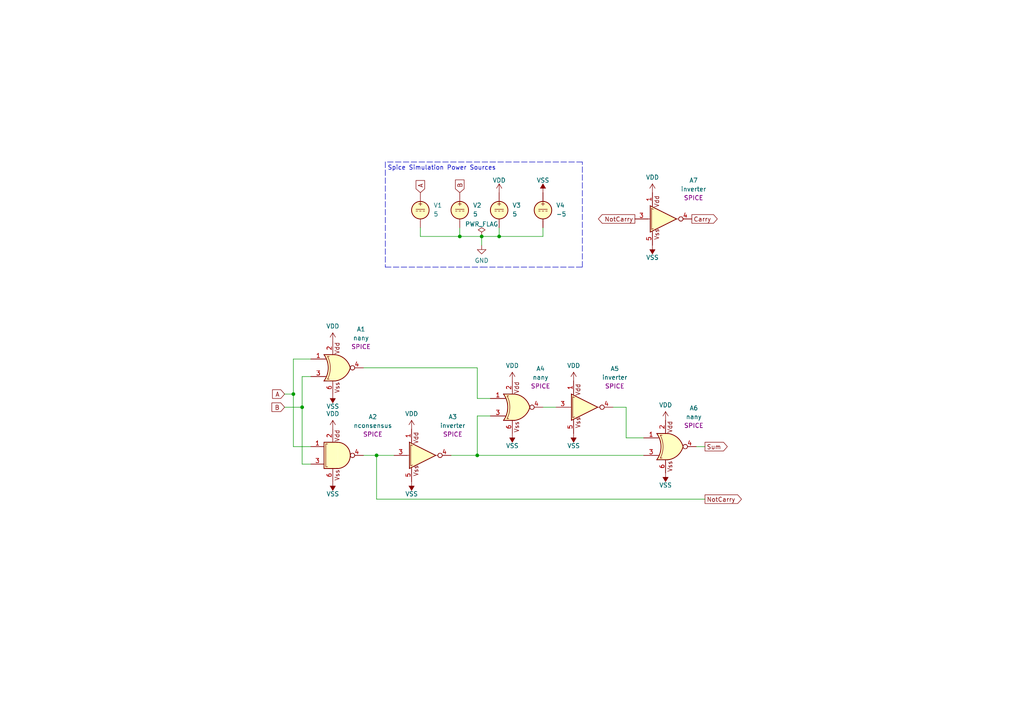
<source format=kicad_sch>
(kicad_sch (version 20250114) (generator "eeschema") (generator_version "9.0")
  (paper "A4")
  (lib_symbols
    (symbol "Simulation_SPICE:VDC" (pin_numbers (hide yes)) (pin_names (offset 0.0254))
      (property "Reference" "V" (at 2.54 2.54 0))
      (property "Value" "1" (at 2.54 0 0))
      (symbol "VDC_0_0"
        (polyline (pts (xy -1.27 0.254) (xy 1.27 0.254)))
        (polyline (pts (xy -0.762 -0.254) (xy -1.27 -0.254)))
        (polyline (pts (xy 0.254 -0.254) (xy -0.254 -0.254)))
        (polyline (pts (xy 1.27 -0.254) (xy 0.762 -0.254)))
        (text "+" (at 0 1.905 0) (effects (font (size 1.27 1.27))))
      )
      (symbol "VDC_0_1"
        (circle (center 0 0) (radius 2.54) (stroke (width 0.254)) (fill (type background)))
      )
      (symbol "VDC_1_1"
        (pin passive line (at 0 5.08 270) (length 2.54) (name "~") (number "1"))
        (pin passive line (at 0 -5.08 90) (length 2.54) (name "~") (number "2"))
      )
    )
    (symbol "TernaryLogic:inverter" (pin_names (offset 1.016))
      (property "Reference" "A" (at -0.635 1.27 0))
      (property "Value" "inverter" (at -0.635 -0.635 0))
      (property "Spice_Primitive" "X" (at -0.635 1.27 0))
      (property "Spice_Model" "Inverter" (at -0.635 1.27 0))
      (property "Spice_Netlist_Enabled" "Y" (at -0.635 1.27 0))
      (symbol "inverter_0_0"
        (polyline (pts (xy -3.81 0) (xy -3.302 0)))
        (polyline (pts (xy -2.54 3.81) (xy -2.54 3.556)))
        (polyline (pts (xy -2.54 -3.81) (xy -2.54 -3.556)))
        (polyline (pts (xy 5.08 0) (xy 4.318 0)))
        (text "Vdd" (at -1.27 5.08 900) (effects (font (size 1.27 1.27))))
        (text "Vss" (at -1.27 -4.445 900) (effects (font (size 1.27 1.27))))
      )
      (symbol "inverter_0_1"
        (polyline (pts (xy -2.794 3.048) (xy -2.286 2.794)) (stroke (width 0.1524)))
        (polyline (pts (xy -2.794 3.048) (xy -2.794 -3.048) (xy -2.286 -2.794)) (stroke (width 0.1524)))
      )
      (symbol "inverter_1_1"
        (polyline (pts (xy -3.175 3.81) (xy -3.175 -3.81) (xy 4.445 0) (xy -3.175 3.81)) (stroke (width 0.254)) (fill (type background)))
        (pin input line (at -7.62 0 0) (length 3.81) (name "~") (number "3"))
        (pin power_in line (at -2.54 7.62 270) (length 3.81) (name "~") (number "1"))
        (pin power_in line (at -2.54 -7.62 90) (length 3.81) (name "~") (number "5"))
        (pin output inverted (at 8.89 0 180) (length 3.81) (name "~") (number "4"))
      )
    )
    (symbol "TernaryLogic:nany" (pin_names (offset 1.016))
      (property "Reference" "A" (at 0 1.27 0))
      (property "Value" "nany" (at 0 -1.27 0))
      (property "Spice_Primitive" "X" (at 0 1.27 0))
      (property "Spice_Model" "NAny" (at 0 1.27 0))
      (property "Spice_Netlist_Enabled" "Y" (at 0 1.27 0))
      (symbol "nany_0_0"
        (text "Vdd" (at 0 5.715 900) (effects (font (size 1.27 1.27))))
        (text "Vss" (at 0 -5.715 900) (effects (font (size 1.27 1.27))))
      )
      (symbol "nany_0_1"
        (arc (start -2.794 3.302) (mid -1.9868 0) (end -2.794 -3.302))
        (polyline (pts (xy -2.794 3.302) (xy -2.286 3.302)))
        (polyline (pts (xy -2.794 -3.302) (xy -2.286 -3.302)))
      )
      (symbol "nany_1_1"
        (arc (start -3.81 3.81) (mid -2.589 0) (end -3.81 -3.81) (stroke (width 0.254)))
        (polyline (pts (xy -3.81 3.81) (xy -0.635 3.81)) (stroke (width 0.254)) (fill (type background)))
        (polyline (pts (xy -3.81 -3.81) (xy -0.635 -3.81)) (stroke (width 0.254)) (fill (type background)))
        (arc (start 3.81 0) (mid 2.1855 -2.584) (end -0.6096 -3.81) (stroke (width 0.254)) (fill (type background)))
        (arc (start -0.6096 3.81) (mid 2.1928 2.5924) (end 3.81 0) (stroke (width 0.254)) (fill (type background)))
        (polyline (pts (xy -0.635 3.81) (xy -3.81 3.81) (xy -3.81 3.81) (xy -3.556 3.4036) (xy -3.0226 2.2606) (xy -2.6924 1.0414) (xy -2.6162 -0.254) (xy -2.7686 -1.4986) (xy -3.175 -2.7178) (xy -3.81 -3.81) (xy -3.81 -3.81) (xy -0.635 -3.81)) (stroke (width -25.4)) (fill (type background)))
        (pin input line (at -7.62 2.54 0) (length 4.318) (name "~") (number "1"))
        (pin input line (at -7.62 -2.54 0) (length 4.318) (name "~") (number "3"))
        (pin power_in line (at -1.27 7.62 270) (length 3.81) (name "~") (number "2"))
        (pin power_in line (at -1.27 -7.62 90) (length 3.81) (name "~") (number "6"))
        (pin output inverted (at 7.62 0 180) (length 3.81) (name "~") (number "4"))
      )
    )
    (symbol "TernaryLogic:nconsensus" (pin_names (offset 1.016))
      (property "Reference" "A" (at 0 1.27 0))
      (property "Value" "nconsensus" (at 0 -1.27 0))
      (property "Spice_Primitive" "X" (at 0 1.27 0))
      (property "Spice_Model" "NConsensus" (at 0 1.27 0))
      (property "Spice_Netlist_Enabled" "Y" (at 0 1.27 0))
      (symbol "nconsensus_0_0"
        (text "Vdd" (at 0 5.715 900) (effects (font (size 1.27 1.27))))
        (text "Vss" (at 0 -5.715 900) (effects (font (size 1.27 1.27))))
      )
      (symbol "nconsensus_0_1"
        (polyline (pts (xy -3.302 3.302) (xy -2.794 3.302)))
        (polyline (pts (xy -3.302 3.302) (xy -3.302 -3.302) (xy -3.048 -3.302) (xy -2.794 -3.302)))
      )
      (symbol "nconsensus_1_1"
        (arc (start 0 3.81) (mid 3.7934 0) (end 0 -3.81) (stroke (width 0.254)) (fill (type background)))
        (polyline (pts (xy 0 3.81) (xy -3.81 3.81) (xy -3.81 -3.81) (xy 0 -3.81)) (stroke (width 0.254)) (fill (type background)))
        (pin input line (at -7.62 2.54 0) (length 3.81) (name "~") (number "1"))
        (pin input line (at -7.62 -2.54 0) (length 3.81) (name "~") (number "3"))
        (pin power_in line (at -1.27 7.62 270) (length 3.81) (name "~") (number "2"))
        (pin power_in line (at -1.27 -7.62 90) (length 3.81) (name "~") (number "6"))
        (pin output inverted (at 7.62 0 180) (length 3.81) (name "~") (number "4"))
      )
    )
    (symbol "power:GND" (power) (pin_names (offset 0))
      (property "Value" "GND" (at 0 -3.81 0))
      (symbol "GND_0_1"
        (polyline (pts (xy 0 0) (xy 0 -1.27) (xy 1.27 -1.27) (xy 0 -2.54) (xy -1.27 -1.27) (xy 0 -1.27)))
      )
      (symbol "GND_1_1"
        (pin power_in line (at 0 0 270) (length 0) (hide yes) (name "GND") (number "1"))
      )
    )
    (symbol "power:PWR_FLAG" (power) (pin_numbers (hide yes)) (pin_names (offset 0) (hide yes))
      (property "Value" "PWR_FLAG" (at 0 3.81 0))
      (symbol "PWR_FLAG_0_0"
        (pin power_out line (at 0 0 90) (length 0) (name "pwr") (number "1"))
      )
      (symbol "PWR_FLAG_0_1"
        (polyline (pts (xy 0 0) (xy 0 1.27) (xy -1.016 1.905) (xy 0 2.54) (xy 1.016 1.905) (xy 0 1.27)))
      )
    )
    (symbol "power:VDD" (power) (pin_names (offset 0))
      (property "Value" "VDD" (at 0 3.81 0))
      (symbol "VDD_0_1"
        (polyline (pts (xy -0.762 1.27) (xy 0 2.54)))
        (polyline (pts (xy 0 2.54) (xy 0.762 1.27)))
        (polyline (pts (xy 0 0) (xy 0 2.54)))
      )
      (symbol "VDD_1_1"
        (pin power_in line (at 0 0 90) (length 0) (hide yes) (name "VDD") (number "1"))
      )
    )
    (symbol "power:VSS" (power) (pin_names (offset 0))
      (property "Value" "VSS" (at 0 3.81 0))
      (symbol "VSS_0_1"
        (polyline (pts (xy 0 0) (xy 0 2.54)))
        (polyline (pts (xy 0.762 1.27) (xy -0.762 1.27) (xy 0 2.54) (xy 0.762 1.27)) (fill (type outline)))
      )
      (symbol "VSS_1_1"
        (pin power_in line (at 0 0 90) (length 0) (hide yes) (name "VSS") (number "1"))
      )
    )
  )
  (text "Spice Simulation Power Sources" (at 112.395 49.53 0) (effects (font (size 1.27 1.27)) (justify left bottom)))
  (junction (at 144.78 68.58))
  (junction (at 85.09 114.3))
  (junction (at 133.35 68.58))
  (junction (at 139.7 68.58))
  (junction (at 87.63 118.11))
  (junction (at 109.22 132.08))
  (junction (at 138.43 132.08))
  (wire (pts (xy 144.78 66.04) (xy 144.78 68.58)))
  (wire (pts (xy 85.09 114.3) (xy 85.09 104.14)))
  (wire (pts (xy 138.43 132.08) (xy 186.69 132.08)))
  (wire (pts (xy 186.69 127) (xy 181.61 127)))
  (polyline (pts (xy 111.76 77.47) (xy 139.7 77.47)) (stroke (width 0) (type dash)))
  (wire (pts (xy 121.92 66.04) (xy 121.92 68.58)))
  (wire (pts (xy 90.17 109.22) (xy 87.63 109.22)))
  (wire (pts (xy 87.63 118.11) (xy 87.63 134.62)))
  (wire (pts (xy 133.35 66.04) (xy 133.35 68.58)))
  (wire (pts (xy 85.09 104.14) (xy 90.17 104.14)))
  (wire (pts (xy 139.7 68.58) (xy 144.78 68.58)))
  (wire (pts (xy 181.61 118.11) (xy 181.61 127)))
  (wire (pts (xy 157.48 68.58) (xy 157.48 66.04)))
  (wire (pts (xy 105.41 132.08) (xy 109.22 132.08)))
  (wire (pts (xy 121.92 68.58) (xy 133.35 68.58)))
  (wire (pts (xy 85.09 129.54) (xy 85.09 114.3)))
  (polyline (pts (xy 168.91 46.99) (xy 111.76 46.99)) (stroke (width 0) (type dash)))
  (wire (pts (xy 201.93 129.54) (xy 204.47 129.54)))
  (wire (pts (xy 139.7 68.58) (xy 139.7 71.12)))
  (wire (pts (xy 109.22 144.78) (xy 204.47 144.78)))
  (wire (pts (xy 87.63 134.62) (xy 90.17 134.62)))
  (wire (pts (xy 109.22 132.08) (xy 109.22 144.78)))
  (wire (pts (xy 82.55 118.11) (xy 87.63 118.11)))
  (wire (pts (xy 82.55 114.3) (xy 85.09 114.3)))
  (polyline (pts (xy 139.7 77.47) (xy 168.91 77.47)) (stroke (width 0) (type dash)))
  (wire (pts (xy 138.43 106.68) (xy 138.43 115.57)))
  (polyline (pts (xy 168.91 77.47) (xy 168.91 46.99)) (stroke (width 0) (type dash)))
  (wire (pts (xy 138.43 132.08) (xy 138.43 120.65)))
  (wire (pts (xy 109.22 132.08) (xy 114.3 132.08)))
  (wire (pts (xy 181.61 118.11) (xy 177.8 118.11)))
  (wire (pts (xy 144.78 68.58) (xy 157.48 68.58)))
  (wire (pts (xy 157.48 118.11) (xy 161.29 118.11)))
  (wire (pts (xy 87.63 109.22) (xy 87.63 118.11)))
  (wire (pts (xy 90.17 129.54) (xy 85.09 129.54)))
  (polyline (pts (xy 111.76 46.99) (xy 111.76 77.47)) (stroke (width 0) (type dash)))
  (wire (pts (xy 105.41 106.68) (xy 138.43 106.68)))
  (wire (pts (xy 130.81 132.08) (xy 138.43 132.08)))
  (wire (pts (xy 138.43 120.65) (xy 142.24 120.65)))
  (wire (pts (xy 138.43 115.57) (xy 142.24 115.57)))
  (wire (pts (xy 133.35 68.58) (xy 139.7 68.58)))
  (global_label "A" (shape input) (at 121.92 55.88 90) (property "Intersheetrefs" "${INTERSHEET_REFS}" (effects (hide yes))))
  (global_label "NotCarry" (shape output) (at 204.47 144.78 0) (property "Intersheetrefs" "${INTERSHEET_REFS}" (effects (hide yes))))
  (global_label "B" (shape input) (at 82.55 118.11 180) (property "Intersheetrefs" "${INTERSHEET_REFS}" (effects (hide yes))))
  (global_label "B" (shape input) (at 133.35 55.88 90) (property "Intersheetrefs" "${INTERSHEET_REFS}" (effects (hide yes))))
  (global_label "NotCarry" (shape output) (at 184.15 63.5 180) (property "Intersheetrefs" "${INTERSHEET_REFS}" (effects (hide yes))))
  (global_label "Carry" (shape output) (at 200.66 63.5 0) (property "Intersheetrefs" "${INTERSHEET_REFS}" (effects (hide yes))))
  (global_label "A" (shape input) (at 82.55 114.3 180) (property "Intersheetrefs" "${INTERSHEET_REFS}" (effects (hide yes))))
  (global_label "Sum" (shape output) (at 204.47 129.54 0) (property "Intersheetrefs" "${INTERSHEET_REFS}" (effects (hide yes))))
  (symbol (lib_id "power:VDD") (at 119.38 124.46 0) (unit 1)
    (property "Reference" "#PWR05" (effects (hide yes)))
    (property "Value" "VDD" (at 119.38 120.0166 0))
  )
  (symbol (lib_id "TernaryLogic:nconsensus") (at 97.79 132.08 0) (unit 1)
    (property "Reference" "A2" (at 108.1261 120.8966 0))
    (property "Value" "nconsensus" (at 108.1261 123.4335 0))
    (property "Footprint" "Ternary_Rev_1:nconsensus" (effects (hide yes)))
    (property "Sim.Device" "SPICE" (at 108.1261 125.9704 0))
    (property "Sim.Params" "type=\"X\" model=\"NConsensus\" lib=\"${TRITIUM_LIB}/TritiumSpice.lib\"" (effects (hide yes)))
    (property "Sim.Pins" "1=1 2=2 3=3 4=4 6=5" (effects (hide yes)))
  )
  (symbol (lib_id "Simulation_SPICE:VDC") (at 133.35 60.96 0) (unit 1)
    (property "Reference" "V2" (at 137.16 59.5601 0) (effects (justify left)))
    (property "Value" "5" (at 137.16 62.1001 0) (effects (justify left)))
    (property "Datasheet" "https://ngspice.sourceforge.io/docs/ngspice-html-manual/manual.xhtml#sec_Independent_Sources_for" (effects (hide yes)))
    (property "Description" "Voltage source, DC" (effects (hide yes)))
    (property "Sim.Pins" "1=+ 2=-" (effects (hide yes)))
    (property "Sim.Type" "DC" (effects (hide yes)))
    (property "Sim.Device" "V" (effects (hide yes)))
  )
  (symbol (lib_id "TernaryLogic:inverter") (at 168.91 118.11 0) (unit 1)
    (property "Reference" "A5" (at 178.3027 106.9266 0))
    (property "Value" "inverter" (at 178.3027 109.4635 0))
    (property "Footprint" "Ternary_Rev_1:inverter" (effects (hide yes)))
    (property "Sim.Device" "SPICE" (at 178.3027 112.0004 0))
    (property "Sim.Params" "type=\"X\" model=\"Inverter\" lib=\"${TRITIUM_LIB}/TritiumSpice.lib\"" (effects (hide yes)))
    (property "Sim.Pins" "1=1 3=2 4=3 5=4" (effects (hide yes)))
  )
  (symbol (lib_id "power:VDD") (at 189.23 55.88 0) (unit 1)
    (property "Reference" "#PWR018" (effects (hide yes)))
    (property "Value" "VDD" (at 189.23 51.4366 0))
  )
  (symbol (lib_id "power:PWR_FLAG") (at 139.7 68.58 0) (unit 1)
    (property "Reference" "#FLG01" (effects (hide yes)))
    (property "Value" "PWR_FLAG" (at 139.7 65.0042 0))
  )
  (symbol (lib_id "Simulation_SPICE:VDC") (at 121.92 60.96 0) (unit 1)
    (property "Reference" "V1" (at 125.73 59.5601 0) (effects (justify left)))
    (property "Value" "5" (at 125.73 62.1001 0) (effects (justify left)))
    (property "Datasheet" "https://ngspice.sourceforge.io/docs/ngspice-html-manual/manual.xhtml#sec_Independent_Sources_for" (effects (hide yes)))
    (property "Description" "Voltage source, DC" (effects (hide yes)))
    (property "Sim.Pins" "1=+ 2=-" (effects (hide yes)))
    (property "Sim.Type" "DC" (effects (hide yes)))
    (property "Sim.Device" "V" (effects (hide yes)))
  )
  (symbol (lib_id "Simulation_SPICE:VDC") (at 157.48 60.96 0) (unit 1)
    (property "Reference" "V4" (at 161.29 59.5601 0) (effects (justify left)))
    (property "Value" "-5" (at 161.29 62.1001 0) (effects (justify left)))
    (property "Datasheet" "https://ngspice.sourceforge.io/docs/ngspice-html-manual/manual.xhtml#sec_Independent_Sources_for" (effects (hide yes)))
    (property "Description" "Voltage source, DC" (effects (hide yes)))
    (property "Sim.Pins" "1=+ 2=-" (effects (hide yes)))
    (property "Sim.Type" "DC" (effects (hide yes)))
    (property "Sim.Device" "V" (effects (hide yes)))
  )
  (symbol (lib_id "TernaryLogic:inverter") (at 191.77 63.5 0) (unit 1)
    (property "Reference" "A7" (at 201.1627 52.3166 0))
    (property "Value" "inverter" (at 201.1627 54.8535 0))
    (property "Footprint" "Ternary_Rev_1:inverter" (effects (hide yes)))
    (property "Sim.Device" "SPICE" (at 201.1627 57.3904 0))
    (property "Sim.Params" "type=\"X\" model=\"Inverter\" lib=\"${TRITIUM_LIB}/TritiumSpice.lib\"" (effects (hide yes)))
    (property "Sim.Pins" "1=1 3=2 4=3 5=4" (effects (hide yes)))
  )
  (symbol (lib_id "power:VDD") (at 148.59 110.49 0) (unit 1)
    (property "Reference" "#PWR07" (effects (hide yes)))
    (property "Value" "VDD" (at 148.59 106.0466 0))
  )
  (symbol (lib_id "power:VSS") (at 148.59 125.73 180) (unit 1)
    (property "Reference" "#PWR08" (effects (hide yes)))
    (property "Value" "VSS" (at 148.59 129.3058 0))
  )
  (symbol (lib_id "power:GND") (at 139.7 71.12 0) (unit 1)
    (property "Reference" "#PWR09" (effects (hide yes)))
    (property "Value" "GND" (at 139.7 75.5634 0))
  )
  (symbol (lib_id "TernaryLogic:nany") (at 149.86 118.11 0) (unit 1)
    (property "Reference" "A4" (at 156.7792 106.9266 0))
    (property "Value" "nany" (at 156.7792 109.4635 0))
    (property "Footprint" "Ternary_Rev_1:nany" (effects (hide yes)))
    (property "Sim.Device" "SPICE" (at 156.7792 112.0004 0))
    (property "Sim.Params" "type=\"X\" model=\"NAny\" lib=\"${TRITIUM_LIB}/TritiumSpice.lib\"" (effects (hide yes)))
    (property "Sim.Pins" "1=1 2=2 3=3 4=4 6=5" (effects (hide yes)))
  )
  (symbol (lib_id "TernaryLogic:nany") (at 97.79 106.68 0) (unit 1)
    (property "Reference" "A1" (at 104.7092 95.4966 0))
    (property "Value" "nany" (at 104.7092 98.0335 0))
    (property "Footprint" "Ternary_Rev_1:nany" (effects (hide yes)))
    (property "Sim.Device" "SPICE" (at 104.7092 100.5704 0))
    (property "Sim.Params" "type=\"X\" model=\"NAny\" lib=\"${TRITIUM_LIB}/TritiumSpice.lib\"" (effects (hide yes)))
    (property "Sim.Pins" "1=1 2=2 3=3 4=4 6=5" (effects (hide yes)))
  )
  (symbol (lib_id "TernaryLogic:nany") (at 194.31 129.54 0) (unit 1)
    (property "Reference" "A6" (at 201.2292 118.3566 0))
    (property "Value" "nany" (at 201.2292 120.8935 0))
    (property "Footprint" "Ternary_Rev_1:nany" (effects (hide yes)))
    (property "Sim.Device" "SPICE" (at 201.2292 123.4304 0))
    (property "Sim.Params" "type=\"X\" model=\"NAny\" lib=\"${TRITIUM_LIB}/TritiumSpice.lib\"" (effects (hide yes)))
    (property "Sim.Pins" "1=1 2=2 3=3 4=4 6=5" (effects (hide yes)))
  )
  (symbol (lib_id "power:VSS") (at 189.23 71.12 180) (unit 1)
    (property "Reference" "#PWR019" (effects (hide yes)))
    (property "Value" "VSS" (at 189.23 74.6958 0))
  )
  (symbol (lib_id "power:VDD") (at 96.52 99.06 0) (unit 1)
    (property "Reference" "#PWR01" (effects (hide yes)))
    (property "Value" "VDD" (at 96.52 94.6166 0))
  )
  (symbol (lib_id "power:VDD") (at 144.78 55.88 0) (unit 1)
    (property "Reference" "#PWR010" (effects (hide yes)))
    (property "Value" "VDD" (at 144.78 52.3042 0))
  )
  (symbol (lib_id "power:VSS") (at 119.38 139.7 180) (unit 1)
    (property "Reference" "#PWR06" (effects (hide yes)))
    (property "Value" "VSS" (at 119.38 143.2758 0))
  )
  (symbol (lib_id "power:VSS") (at 193.04 137.16 180) (unit 1)
    (property "Reference" "#PWR015" (effects (hide yes)))
    (property "Value" "VSS" (at 193.04 140.7358 0))
  )
  (symbol (lib_id "Simulation_SPICE:VDC") (at 144.78 60.96 0) (unit 1)
    (property "Reference" "V3" (at 148.59 59.5601 0) (effects (justify left)))
    (property "Value" "5" (at 148.59 62.1001 0) (effects (justify left)))
    (property "Datasheet" "https://ngspice.sourceforge.io/docs/ngspice-html-manual/manual.xhtml#sec_Independent_Sources_for" (effects (hide yes)))
    (property "Description" "Voltage source, DC" (effects (hide yes)))
    (property "Sim.Pins" "1=+ 2=-" (effects (hide yes)))
    (property "Sim.Type" "DC" (effects (hide yes)))
    (property "Sim.Device" "V" (effects (hide yes)))
  )
  (symbol (lib_id "power:VSS") (at 157.48 55.88 0) (unit 1)
    (property "Reference" "#PWR013" (effects (hide yes)))
    (property "Value" "VSS" (at 157.48 52.3042 0))
  )
  (symbol (lib_id "power:VDD") (at 193.04 121.92 0) (unit 1)
    (property "Reference" "#PWR014" (effects (hide yes)))
    (property "Value" "VDD" (at 193.04 117.4766 0))
  )
  (symbol (lib_id "power:VDD") (at 96.52 124.46 0) (unit 1)
    (property "Reference" "#PWR03" (effects (hide yes)))
    (property "Value" "VDD" (at 96.52 120.0166 0))
  )
  (symbol (lib_id "power:VDD") (at 166.37 110.49 0) (unit 1)
    (property "Reference" "#PWR011" (effects (hide yes)))
    (property "Value" "VDD" (at 166.37 106.0466 0))
  )
  (symbol (lib_id "power:VSS") (at 166.37 125.73 180) (unit 1)
    (property "Reference" "#PWR012" (effects (hide yes)))
    (property "Value" "VSS" (at 166.37 129.3058 0))
  )
  (symbol (lib_id "TernaryLogic:inverter") (at 121.92 132.08 0) (unit 1)
    (property "Reference" "A3" (at 131.3127 120.8966 0))
    (property "Value" "inverter" (at 131.3127 123.4335 0))
    (property "Footprint" "Ternary_Rev_1:inverter" (effects (hide yes)))
    (property "Sim.Device" "SPICE" (at 131.3127 125.9704 0))
    (property "Sim.Params" "type=\"X\" model=\"Inverter\" lib=\"${TRITIUM_LIB}/TritiumSpice.lib\"" (effects (hide yes)))
    (property "Sim.Pins" "1=1 3=2 4=3 5=4" (effects (hide yes)))
  )
  (symbol (lib_id "power:VSS") (at 96.52 114.3 180) (unit 1)
    (property "Reference" "#PWR02" (effects (hide yes)))
    (property "Value" "VSS" (at 96.52 117.8758 0))
  )
  (symbol (lib_id "power:VSS") (at 96.52 139.7 180) (unit 1)
    (property "Reference" "#PWR04" (effects (hide yes)))
    (property "Value" "VSS" (at 96.52 143.2758 0))
  )
)
</source>
